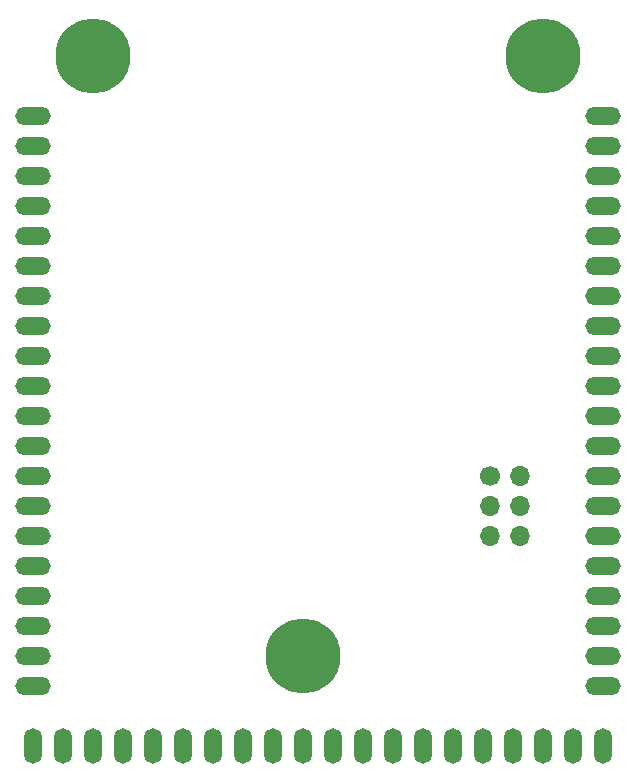
<source format=gbr>
%TF.GenerationSoftware,KiCad,Pcbnew,7.0.9*%
%TF.CreationDate,2024-04-02T12:11:21-07:00*%
%TF.ProjectId,nu8051-ufo-target-board,6e753830-3531-42d7-9566-6f2d74617267,rev?*%
%TF.SameCoordinates,Original*%
%TF.FileFunction,Soldermask,Bot*%
%TF.FilePolarity,Negative*%
%FSLAX46Y46*%
G04 Gerber Fmt 4.6, Leading zero omitted, Abs format (unit mm)*
G04 Created by KiCad (PCBNEW 7.0.9) date 2024-04-02 12:11:21*
%MOMM*%
%LPD*%
G01*
G04 APERTURE LIST*
%ADD10C,1.700000*%
%ADD11O,1.700000X1.700000*%
%ADD12O,2.997200X1.498600*%
%ADD13O,1.498600X2.997200*%
%ADD14C,6.350000*%
G04 APERTURE END LIST*
D10*
%TO.C,JP1*%
X163325000Y-106304200D03*
D11*
X165865000Y-106304200D03*
X163325000Y-108844200D03*
X165865000Y-108844200D03*
X163325000Y-111384200D03*
X165865000Y-111384200D03*
%TD*%
D12*
%TO.C,J1*%
X124579500Y-75824200D03*
X124579500Y-78364200D03*
X124579500Y-80904200D03*
X124579500Y-83444200D03*
X124579500Y-85984200D03*
X124579500Y-88524200D03*
X124579500Y-91064200D03*
X124579500Y-93604200D03*
X124579500Y-96144200D03*
X124579500Y-98684200D03*
X124579500Y-101224200D03*
X124579500Y-103764200D03*
X124579500Y-106304200D03*
X124579500Y-108844200D03*
X124579500Y-111384200D03*
X124579500Y-113924200D03*
X124579500Y-116464200D03*
X124579500Y-119004200D03*
X124579500Y-121544200D03*
X124579500Y-124084200D03*
D13*
X124579500Y-129164200D03*
X127119500Y-129164200D03*
X129659500Y-129164200D03*
X132199500Y-129164200D03*
X134739500Y-129164200D03*
X137279500Y-129164200D03*
X139819500Y-129164200D03*
X142359500Y-129164200D03*
X144899500Y-129164200D03*
X147439500Y-129164200D03*
X149979500Y-129164200D03*
X152519500Y-129164200D03*
X155059500Y-129164200D03*
X157599500Y-129164200D03*
X160139500Y-129164200D03*
X162679500Y-129164200D03*
X165219500Y-129164200D03*
X167759500Y-129164200D03*
X170299500Y-129164200D03*
X172839500Y-129164200D03*
D12*
X172839500Y-75824200D03*
X172839500Y-78364200D03*
X172839500Y-80904200D03*
X172839500Y-83444200D03*
X172839500Y-85984200D03*
X172839500Y-88524200D03*
X172839500Y-91064200D03*
X172839500Y-93604200D03*
X172839500Y-96144200D03*
X172839500Y-98684200D03*
X172839500Y-101224200D03*
X172839500Y-103764200D03*
X172839500Y-106304200D03*
X172839500Y-108844200D03*
X172839500Y-111384200D03*
X172839500Y-113924200D03*
X172839500Y-116464200D03*
X172839500Y-119004200D03*
X172839500Y-121544200D03*
X172839500Y-124084200D03*
D14*
X129659500Y-70744200D03*
X167759500Y-70744200D03*
X147439500Y-121544200D03*
%TD*%
M02*

</source>
